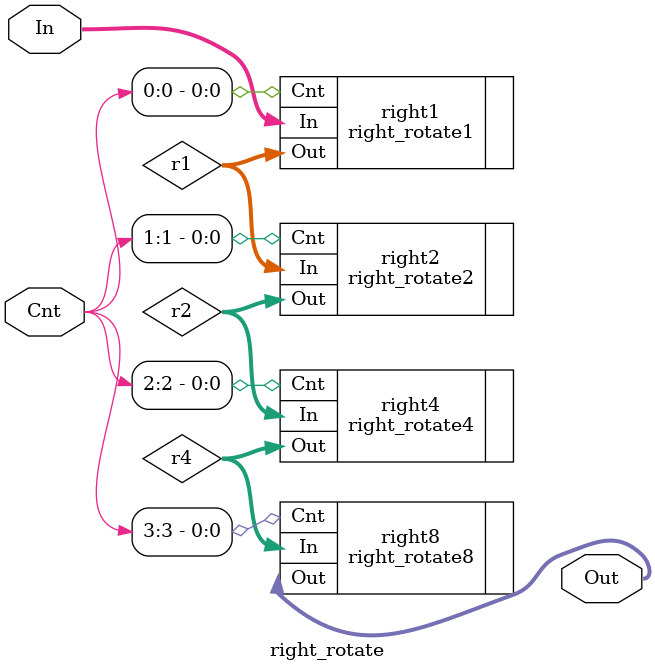
<source format=v>
module right_rotate(In, Cnt, Out);
  
  input [15:0] In;
  input [3:0] Cnt;
  
  output [15:0] Out;
  
  wire [15:0] r1, r2, r4, r5;
  
  right_rotate1 right1(.In(In), .Cnt(Cnt[0]), .Out(r1));
  
  right_rotate2 right2(.In(r1), .Cnt(Cnt[1]), .Out(r2));
  
  right_rotate4 right4(.In(r2), .Cnt(Cnt[2]), .Out(r4));
  
  right_rotate8 right8(.In(r4), .Cnt(Cnt[3]), .Out(Out));
  
endmodule



</source>
